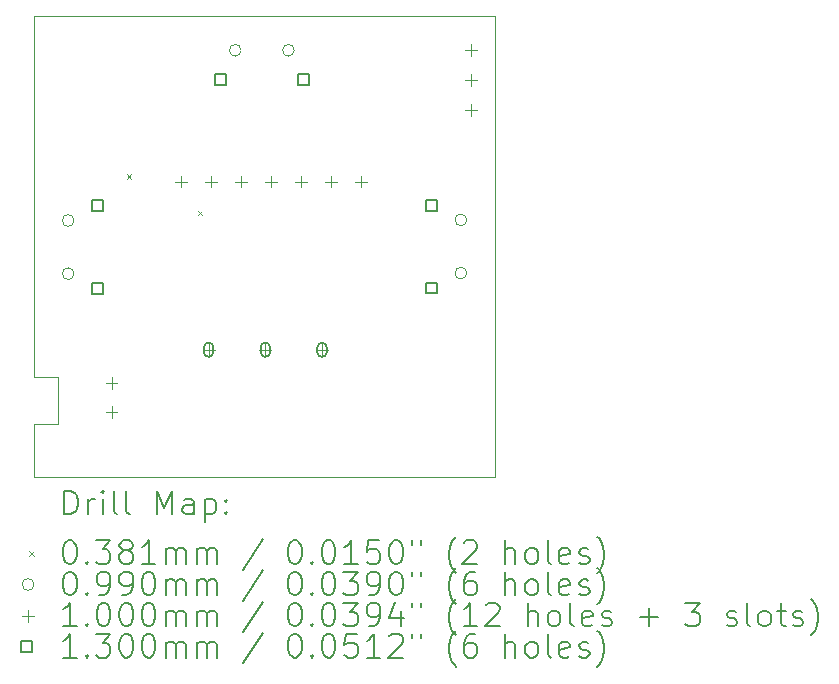
<source format=gbr>
%FSLAX45Y45*%
G04 Gerber Fmt 4.5, Leading zero omitted, Abs format (unit mm)*
G04 Created by KiCad (PCBNEW (6.0.0)) date 2022-01-15 14:34:24*
%MOMM*%
%LPD*%
G01*
G04 APERTURE LIST*
%TA.AperFunction,Profile*%
%ADD10C,0.100000*%
%TD*%
%ADD11C,0.200000*%
%ADD12C,0.038100*%
%ADD13C,0.099000*%
%ADD14C,0.100000*%
%ADD15C,0.130000*%
G04 APERTURE END LIST*
D10*
X12200000Y-11250000D02*
X12200000Y-11050000D01*
X12000000Y-11050000D02*
X12000000Y-8000000D01*
X12000000Y-11450000D02*
X12000000Y-11900000D01*
X15900000Y-8000000D02*
X15900000Y-11900000D01*
X12000000Y-11900000D02*
X15900000Y-11900000D01*
X12000000Y-8000000D02*
X15900000Y-8000000D01*
X12200000Y-11050000D02*
X12000000Y-11050000D01*
X12200000Y-11250000D02*
X12200000Y-11450000D01*
X12200000Y-11450000D02*
X12000000Y-11450000D01*
D11*
D12*
X12780950Y-9335950D02*
X12819050Y-9374050D01*
X12819050Y-9335950D02*
X12780950Y-9374050D01*
X13380950Y-9645950D02*
X13419050Y-9684050D01*
X13419050Y-9645950D02*
X13380950Y-9684050D01*
D13*
X12334500Y-9727500D02*
G75*
G03*
X12334500Y-9727500I-49500J0D01*
G01*
X12334500Y-10177500D02*
G75*
G03*
X12334500Y-10177500I-49500J0D01*
G01*
X13749500Y-8286250D02*
G75*
G03*
X13749500Y-8286250I-49500J0D01*
G01*
X14199500Y-8286250D02*
G75*
G03*
X14199500Y-8286250I-49500J0D01*
G01*
X15659500Y-9722500D02*
G75*
G03*
X15659500Y-9722500I-49500J0D01*
G01*
X15659500Y-10172500D02*
G75*
G03*
X15659500Y-10172500I-49500J0D01*
G01*
D14*
X12652500Y-11051800D02*
X12652500Y-11151800D01*
X12602500Y-11101800D02*
X12702500Y-11101800D01*
X12652500Y-11301800D02*
X12652500Y-11401800D01*
X12602500Y-11351800D02*
X12702500Y-11351800D01*
X13240000Y-9347500D02*
X13240000Y-9447500D01*
X13190000Y-9397500D02*
X13290000Y-9397500D01*
X13475000Y-10772000D02*
X13475000Y-10872000D01*
X13425000Y-10822000D02*
X13525000Y-10822000D01*
D11*
X13435000Y-10802000D02*
X13435000Y-10842000D01*
X13515000Y-10802000D02*
X13515000Y-10842000D01*
X13435000Y-10842000D02*
G75*
G03*
X13515000Y-10842000I40000J0D01*
G01*
X13515000Y-10802000D02*
G75*
G03*
X13435000Y-10802000I-40000J0D01*
G01*
D14*
X13494000Y-9347500D02*
X13494000Y-9447500D01*
X13444000Y-9397500D02*
X13544000Y-9397500D01*
X13748000Y-9347500D02*
X13748000Y-9447500D01*
X13698000Y-9397500D02*
X13798000Y-9397500D01*
X13955000Y-10772000D02*
X13955000Y-10872000D01*
X13905000Y-10822000D02*
X14005000Y-10822000D01*
D11*
X13915000Y-10802000D02*
X13915000Y-10842000D01*
X13995000Y-10802000D02*
X13995000Y-10842000D01*
X13915000Y-10842000D02*
G75*
G03*
X13995000Y-10842000I40000J0D01*
G01*
X13995000Y-10802000D02*
G75*
G03*
X13915000Y-10802000I-40000J0D01*
G01*
D14*
X14002000Y-9347500D02*
X14002000Y-9447500D01*
X13952000Y-9397500D02*
X14052000Y-9397500D01*
X14256000Y-9347500D02*
X14256000Y-9447500D01*
X14206000Y-9397500D02*
X14306000Y-9397500D01*
X14435000Y-10772000D02*
X14435000Y-10872000D01*
X14385000Y-10822000D02*
X14485000Y-10822000D01*
D11*
X14395000Y-10802000D02*
X14395000Y-10842000D01*
X14475000Y-10802000D02*
X14475000Y-10842000D01*
X14395000Y-10842000D02*
G75*
G03*
X14475000Y-10842000I40000J0D01*
G01*
X14475000Y-10802000D02*
G75*
G03*
X14395000Y-10802000I-40000J0D01*
G01*
D14*
X14510000Y-9347500D02*
X14510000Y-9447500D01*
X14460000Y-9397500D02*
X14560000Y-9397500D01*
X14764000Y-9347500D02*
X14764000Y-9447500D01*
X14714000Y-9397500D02*
X14814000Y-9397500D01*
X15697500Y-8232000D02*
X15697500Y-8332000D01*
X15647500Y-8282000D02*
X15747500Y-8282000D01*
X15697500Y-8486000D02*
X15697500Y-8586000D01*
X15647500Y-8536000D02*
X15747500Y-8536000D01*
X15697500Y-8740000D02*
X15697500Y-8840000D01*
X15647500Y-8790000D02*
X15747500Y-8790000D01*
D15*
X12579962Y-9647462D02*
X12579962Y-9555538D01*
X12488038Y-9555538D01*
X12488038Y-9647462D01*
X12579962Y-9647462D01*
X12579962Y-10348462D02*
X12579962Y-10256538D01*
X12488038Y-10256538D01*
X12488038Y-10348462D01*
X12579962Y-10348462D01*
X13620962Y-8581212D02*
X13620962Y-8489288D01*
X13529038Y-8489288D01*
X13529038Y-8581212D01*
X13620962Y-8581212D01*
X14321962Y-8581212D02*
X14321962Y-8489288D01*
X14230038Y-8489288D01*
X14230038Y-8581212D01*
X14321962Y-8581212D01*
X15406962Y-9643462D02*
X15406962Y-9551538D01*
X15315038Y-9551538D01*
X15315038Y-9643462D01*
X15406962Y-9643462D01*
X15406962Y-10344462D02*
X15406962Y-10252538D01*
X15315038Y-10252538D01*
X15315038Y-10344462D01*
X15406962Y-10344462D01*
D11*
X12252619Y-12215476D02*
X12252619Y-12015476D01*
X12300238Y-12015476D01*
X12328809Y-12025000D01*
X12347857Y-12044048D01*
X12357381Y-12063095D01*
X12366905Y-12101190D01*
X12366905Y-12129762D01*
X12357381Y-12167857D01*
X12347857Y-12186905D01*
X12328809Y-12205952D01*
X12300238Y-12215476D01*
X12252619Y-12215476D01*
X12452619Y-12215476D02*
X12452619Y-12082143D01*
X12452619Y-12120238D02*
X12462143Y-12101190D01*
X12471667Y-12091667D01*
X12490714Y-12082143D01*
X12509762Y-12082143D01*
X12576428Y-12215476D02*
X12576428Y-12082143D01*
X12576428Y-12015476D02*
X12566905Y-12025000D01*
X12576428Y-12034524D01*
X12585952Y-12025000D01*
X12576428Y-12015476D01*
X12576428Y-12034524D01*
X12700238Y-12215476D02*
X12681190Y-12205952D01*
X12671667Y-12186905D01*
X12671667Y-12015476D01*
X12805000Y-12215476D02*
X12785952Y-12205952D01*
X12776428Y-12186905D01*
X12776428Y-12015476D01*
X13033571Y-12215476D02*
X13033571Y-12015476D01*
X13100238Y-12158333D01*
X13166905Y-12015476D01*
X13166905Y-12215476D01*
X13347857Y-12215476D02*
X13347857Y-12110714D01*
X13338333Y-12091667D01*
X13319286Y-12082143D01*
X13281190Y-12082143D01*
X13262143Y-12091667D01*
X13347857Y-12205952D02*
X13328809Y-12215476D01*
X13281190Y-12215476D01*
X13262143Y-12205952D01*
X13252619Y-12186905D01*
X13252619Y-12167857D01*
X13262143Y-12148809D01*
X13281190Y-12139286D01*
X13328809Y-12139286D01*
X13347857Y-12129762D01*
X13443095Y-12082143D02*
X13443095Y-12282143D01*
X13443095Y-12091667D02*
X13462143Y-12082143D01*
X13500238Y-12082143D01*
X13519286Y-12091667D01*
X13528809Y-12101190D01*
X13538333Y-12120238D01*
X13538333Y-12177381D01*
X13528809Y-12196428D01*
X13519286Y-12205952D01*
X13500238Y-12215476D01*
X13462143Y-12215476D01*
X13443095Y-12205952D01*
X13624048Y-12196428D02*
X13633571Y-12205952D01*
X13624048Y-12215476D01*
X13614524Y-12205952D01*
X13624048Y-12196428D01*
X13624048Y-12215476D01*
X13624048Y-12091667D02*
X13633571Y-12101190D01*
X13624048Y-12110714D01*
X13614524Y-12101190D01*
X13624048Y-12091667D01*
X13624048Y-12110714D01*
D12*
X11956900Y-12525950D02*
X11995000Y-12564050D01*
X11995000Y-12525950D02*
X11956900Y-12564050D01*
D11*
X12290714Y-12435476D02*
X12309762Y-12435476D01*
X12328809Y-12445000D01*
X12338333Y-12454524D01*
X12347857Y-12473571D01*
X12357381Y-12511667D01*
X12357381Y-12559286D01*
X12347857Y-12597381D01*
X12338333Y-12616428D01*
X12328809Y-12625952D01*
X12309762Y-12635476D01*
X12290714Y-12635476D01*
X12271667Y-12625952D01*
X12262143Y-12616428D01*
X12252619Y-12597381D01*
X12243095Y-12559286D01*
X12243095Y-12511667D01*
X12252619Y-12473571D01*
X12262143Y-12454524D01*
X12271667Y-12445000D01*
X12290714Y-12435476D01*
X12443095Y-12616428D02*
X12452619Y-12625952D01*
X12443095Y-12635476D01*
X12433571Y-12625952D01*
X12443095Y-12616428D01*
X12443095Y-12635476D01*
X12519286Y-12435476D02*
X12643095Y-12435476D01*
X12576428Y-12511667D01*
X12605000Y-12511667D01*
X12624048Y-12521190D01*
X12633571Y-12530714D01*
X12643095Y-12549762D01*
X12643095Y-12597381D01*
X12633571Y-12616428D01*
X12624048Y-12625952D01*
X12605000Y-12635476D01*
X12547857Y-12635476D01*
X12528809Y-12625952D01*
X12519286Y-12616428D01*
X12757381Y-12521190D02*
X12738333Y-12511667D01*
X12728809Y-12502143D01*
X12719286Y-12483095D01*
X12719286Y-12473571D01*
X12728809Y-12454524D01*
X12738333Y-12445000D01*
X12757381Y-12435476D01*
X12795476Y-12435476D01*
X12814524Y-12445000D01*
X12824048Y-12454524D01*
X12833571Y-12473571D01*
X12833571Y-12483095D01*
X12824048Y-12502143D01*
X12814524Y-12511667D01*
X12795476Y-12521190D01*
X12757381Y-12521190D01*
X12738333Y-12530714D01*
X12728809Y-12540238D01*
X12719286Y-12559286D01*
X12719286Y-12597381D01*
X12728809Y-12616428D01*
X12738333Y-12625952D01*
X12757381Y-12635476D01*
X12795476Y-12635476D01*
X12814524Y-12625952D01*
X12824048Y-12616428D01*
X12833571Y-12597381D01*
X12833571Y-12559286D01*
X12824048Y-12540238D01*
X12814524Y-12530714D01*
X12795476Y-12521190D01*
X13024048Y-12635476D02*
X12909762Y-12635476D01*
X12966905Y-12635476D02*
X12966905Y-12435476D01*
X12947857Y-12464048D01*
X12928809Y-12483095D01*
X12909762Y-12492619D01*
X13109762Y-12635476D02*
X13109762Y-12502143D01*
X13109762Y-12521190D02*
X13119286Y-12511667D01*
X13138333Y-12502143D01*
X13166905Y-12502143D01*
X13185952Y-12511667D01*
X13195476Y-12530714D01*
X13195476Y-12635476D01*
X13195476Y-12530714D02*
X13205000Y-12511667D01*
X13224048Y-12502143D01*
X13252619Y-12502143D01*
X13271667Y-12511667D01*
X13281190Y-12530714D01*
X13281190Y-12635476D01*
X13376428Y-12635476D02*
X13376428Y-12502143D01*
X13376428Y-12521190D02*
X13385952Y-12511667D01*
X13405000Y-12502143D01*
X13433571Y-12502143D01*
X13452619Y-12511667D01*
X13462143Y-12530714D01*
X13462143Y-12635476D01*
X13462143Y-12530714D02*
X13471667Y-12511667D01*
X13490714Y-12502143D01*
X13519286Y-12502143D01*
X13538333Y-12511667D01*
X13547857Y-12530714D01*
X13547857Y-12635476D01*
X13938333Y-12425952D02*
X13766905Y-12683095D01*
X14195476Y-12435476D02*
X14214524Y-12435476D01*
X14233571Y-12445000D01*
X14243095Y-12454524D01*
X14252619Y-12473571D01*
X14262143Y-12511667D01*
X14262143Y-12559286D01*
X14252619Y-12597381D01*
X14243095Y-12616428D01*
X14233571Y-12625952D01*
X14214524Y-12635476D01*
X14195476Y-12635476D01*
X14176428Y-12625952D01*
X14166905Y-12616428D01*
X14157381Y-12597381D01*
X14147857Y-12559286D01*
X14147857Y-12511667D01*
X14157381Y-12473571D01*
X14166905Y-12454524D01*
X14176428Y-12445000D01*
X14195476Y-12435476D01*
X14347857Y-12616428D02*
X14357381Y-12625952D01*
X14347857Y-12635476D01*
X14338333Y-12625952D01*
X14347857Y-12616428D01*
X14347857Y-12635476D01*
X14481190Y-12435476D02*
X14500238Y-12435476D01*
X14519286Y-12445000D01*
X14528809Y-12454524D01*
X14538333Y-12473571D01*
X14547857Y-12511667D01*
X14547857Y-12559286D01*
X14538333Y-12597381D01*
X14528809Y-12616428D01*
X14519286Y-12625952D01*
X14500238Y-12635476D01*
X14481190Y-12635476D01*
X14462143Y-12625952D01*
X14452619Y-12616428D01*
X14443095Y-12597381D01*
X14433571Y-12559286D01*
X14433571Y-12511667D01*
X14443095Y-12473571D01*
X14452619Y-12454524D01*
X14462143Y-12445000D01*
X14481190Y-12435476D01*
X14738333Y-12635476D02*
X14624048Y-12635476D01*
X14681190Y-12635476D02*
X14681190Y-12435476D01*
X14662143Y-12464048D01*
X14643095Y-12483095D01*
X14624048Y-12492619D01*
X14919286Y-12435476D02*
X14824048Y-12435476D01*
X14814524Y-12530714D01*
X14824048Y-12521190D01*
X14843095Y-12511667D01*
X14890714Y-12511667D01*
X14909762Y-12521190D01*
X14919286Y-12530714D01*
X14928809Y-12549762D01*
X14928809Y-12597381D01*
X14919286Y-12616428D01*
X14909762Y-12625952D01*
X14890714Y-12635476D01*
X14843095Y-12635476D01*
X14824048Y-12625952D01*
X14814524Y-12616428D01*
X15052619Y-12435476D02*
X15071667Y-12435476D01*
X15090714Y-12445000D01*
X15100238Y-12454524D01*
X15109762Y-12473571D01*
X15119286Y-12511667D01*
X15119286Y-12559286D01*
X15109762Y-12597381D01*
X15100238Y-12616428D01*
X15090714Y-12625952D01*
X15071667Y-12635476D01*
X15052619Y-12635476D01*
X15033571Y-12625952D01*
X15024048Y-12616428D01*
X15014524Y-12597381D01*
X15005000Y-12559286D01*
X15005000Y-12511667D01*
X15014524Y-12473571D01*
X15024048Y-12454524D01*
X15033571Y-12445000D01*
X15052619Y-12435476D01*
X15195476Y-12435476D02*
X15195476Y-12473571D01*
X15271667Y-12435476D02*
X15271667Y-12473571D01*
X15566905Y-12711667D02*
X15557381Y-12702143D01*
X15538333Y-12673571D01*
X15528809Y-12654524D01*
X15519286Y-12625952D01*
X15509762Y-12578333D01*
X15509762Y-12540238D01*
X15519286Y-12492619D01*
X15528809Y-12464048D01*
X15538333Y-12445000D01*
X15557381Y-12416428D01*
X15566905Y-12406905D01*
X15633571Y-12454524D02*
X15643095Y-12445000D01*
X15662143Y-12435476D01*
X15709762Y-12435476D01*
X15728809Y-12445000D01*
X15738333Y-12454524D01*
X15747857Y-12473571D01*
X15747857Y-12492619D01*
X15738333Y-12521190D01*
X15624048Y-12635476D01*
X15747857Y-12635476D01*
X15985952Y-12635476D02*
X15985952Y-12435476D01*
X16071667Y-12635476D02*
X16071667Y-12530714D01*
X16062143Y-12511667D01*
X16043095Y-12502143D01*
X16014524Y-12502143D01*
X15995476Y-12511667D01*
X15985952Y-12521190D01*
X16195476Y-12635476D02*
X16176428Y-12625952D01*
X16166905Y-12616428D01*
X16157381Y-12597381D01*
X16157381Y-12540238D01*
X16166905Y-12521190D01*
X16176428Y-12511667D01*
X16195476Y-12502143D01*
X16224048Y-12502143D01*
X16243095Y-12511667D01*
X16252619Y-12521190D01*
X16262143Y-12540238D01*
X16262143Y-12597381D01*
X16252619Y-12616428D01*
X16243095Y-12625952D01*
X16224048Y-12635476D01*
X16195476Y-12635476D01*
X16376428Y-12635476D02*
X16357381Y-12625952D01*
X16347857Y-12606905D01*
X16347857Y-12435476D01*
X16528809Y-12625952D02*
X16509762Y-12635476D01*
X16471667Y-12635476D01*
X16452619Y-12625952D01*
X16443095Y-12606905D01*
X16443095Y-12530714D01*
X16452619Y-12511667D01*
X16471667Y-12502143D01*
X16509762Y-12502143D01*
X16528809Y-12511667D01*
X16538333Y-12530714D01*
X16538333Y-12549762D01*
X16443095Y-12568809D01*
X16614524Y-12625952D02*
X16633571Y-12635476D01*
X16671667Y-12635476D01*
X16690714Y-12625952D01*
X16700238Y-12606905D01*
X16700238Y-12597381D01*
X16690714Y-12578333D01*
X16671667Y-12568809D01*
X16643095Y-12568809D01*
X16624048Y-12559286D01*
X16614524Y-12540238D01*
X16614524Y-12530714D01*
X16624048Y-12511667D01*
X16643095Y-12502143D01*
X16671667Y-12502143D01*
X16690714Y-12511667D01*
X16766905Y-12711667D02*
X16776428Y-12702143D01*
X16795476Y-12673571D01*
X16805000Y-12654524D01*
X16814524Y-12625952D01*
X16824048Y-12578333D01*
X16824048Y-12540238D01*
X16814524Y-12492619D01*
X16805000Y-12464048D01*
X16795476Y-12445000D01*
X16776428Y-12416428D01*
X16766905Y-12406905D01*
D13*
X11995000Y-12809000D02*
G75*
G03*
X11995000Y-12809000I-49500J0D01*
G01*
D11*
X12290714Y-12699476D02*
X12309762Y-12699476D01*
X12328809Y-12709000D01*
X12338333Y-12718524D01*
X12347857Y-12737571D01*
X12357381Y-12775667D01*
X12357381Y-12823286D01*
X12347857Y-12861381D01*
X12338333Y-12880428D01*
X12328809Y-12889952D01*
X12309762Y-12899476D01*
X12290714Y-12899476D01*
X12271667Y-12889952D01*
X12262143Y-12880428D01*
X12252619Y-12861381D01*
X12243095Y-12823286D01*
X12243095Y-12775667D01*
X12252619Y-12737571D01*
X12262143Y-12718524D01*
X12271667Y-12709000D01*
X12290714Y-12699476D01*
X12443095Y-12880428D02*
X12452619Y-12889952D01*
X12443095Y-12899476D01*
X12433571Y-12889952D01*
X12443095Y-12880428D01*
X12443095Y-12899476D01*
X12547857Y-12899476D02*
X12585952Y-12899476D01*
X12605000Y-12889952D01*
X12614524Y-12880428D01*
X12633571Y-12851857D01*
X12643095Y-12813762D01*
X12643095Y-12737571D01*
X12633571Y-12718524D01*
X12624048Y-12709000D01*
X12605000Y-12699476D01*
X12566905Y-12699476D01*
X12547857Y-12709000D01*
X12538333Y-12718524D01*
X12528809Y-12737571D01*
X12528809Y-12785190D01*
X12538333Y-12804238D01*
X12547857Y-12813762D01*
X12566905Y-12823286D01*
X12605000Y-12823286D01*
X12624048Y-12813762D01*
X12633571Y-12804238D01*
X12643095Y-12785190D01*
X12738333Y-12899476D02*
X12776428Y-12899476D01*
X12795476Y-12889952D01*
X12805000Y-12880428D01*
X12824048Y-12851857D01*
X12833571Y-12813762D01*
X12833571Y-12737571D01*
X12824048Y-12718524D01*
X12814524Y-12709000D01*
X12795476Y-12699476D01*
X12757381Y-12699476D01*
X12738333Y-12709000D01*
X12728809Y-12718524D01*
X12719286Y-12737571D01*
X12719286Y-12785190D01*
X12728809Y-12804238D01*
X12738333Y-12813762D01*
X12757381Y-12823286D01*
X12795476Y-12823286D01*
X12814524Y-12813762D01*
X12824048Y-12804238D01*
X12833571Y-12785190D01*
X12957381Y-12699476D02*
X12976428Y-12699476D01*
X12995476Y-12709000D01*
X13005000Y-12718524D01*
X13014524Y-12737571D01*
X13024048Y-12775667D01*
X13024048Y-12823286D01*
X13014524Y-12861381D01*
X13005000Y-12880428D01*
X12995476Y-12889952D01*
X12976428Y-12899476D01*
X12957381Y-12899476D01*
X12938333Y-12889952D01*
X12928809Y-12880428D01*
X12919286Y-12861381D01*
X12909762Y-12823286D01*
X12909762Y-12775667D01*
X12919286Y-12737571D01*
X12928809Y-12718524D01*
X12938333Y-12709000D01*
X12957381Y-12699476D01*
X13109762Y-12899476D02*
X13109762Y-12766143D01*
X13109762Y-12785190D02*
X13119286Y-12775667D01*
X13138333Y-12766143D01*
X13166905Y-12766143D01*
X13185952Y-12775667D01*
X13195476Y-12794714D01*
X13195476Y-12899476D01*
X13195476Y-12794714D02*
X13205000Y-12775667D01*
X13224048Y-12766143D01*
X13252619Y-12766143D01*
X13271667Y-12775667D01*
X13281190Y-12794714D01*
X13281190Y-12899476D01*
X13376428Y-12899476D02*
X13376428Y-12766143D01*
X13376428Y-12785190D02*
X13385952Y-12775667D01*
X13405000Y-12766143D01*
X13433571Y-12766143D01*
X13452619Y-12775667D01*
X13462143Y-12794714D01*
X13462143Y-12899476D01*
X13462143Y-12794714D02*
X13471667Y-12775667D01*
X13490714Y-12766143D01*
X13519286Y-12766143D01*
X13538333Y-12775667D01*
X13547857Y-12794714D01*
X13547857Y-12899476D01*
X13938333Y-12689952D02*
X13766905Y-12947095D01*
X14195476Y-12699476D02*
X14214524Y-12699476D01*
X14233571Y-12709000D01*
X14243095Y-12718524D01*
X14252619Y-12737571D01*
X14262143Y-12775667D01*
X14262143Y-12823286D01*
X14252619Y-12861381D01*
X14243095Y-12880428D01*
X14233571Y-12889952D01*
X14214524Y-12899476D01*
X14195476Y-12899476D01*
X14176428Y-12889952D01*
X14166905Y-12880428D01*
X14157381Y-12861381D01*
X14147857Y-12823286D01*
X14147857Y-12775667D01*
X14157381Y-12737571D01*
X14166905Y-12718524D01*
X14176428Y-12709000D01*
X14195476Y-12699476D01*
X14347857Y-12880428D02*
X14357381Y-12889952D01*
X14347857Y-12899476D01*
X14338333Y-12889952D01*
X14347857Y-12880428D01*
X14347857Y-12899476D01*
X14481190Y-12699476D02*
X14500238Y-12699476D01*
X14519286Y-12709000D01*
X14528809Y-12718524D01*
X14538333Y-12737571D01*
X14547857Y-12775667D01*
X14547857Y-12823286D01*
X14538333Y-12861381D01*
X14528809Y-12880428D01*
X14519286Y-12889952D01*
X14500238Y-12899476D01*
X14481190Y-12899476D01*
X14462143Y-12889952D01*
X14452619Y-12880428D01*
X14443095Y-12861381D01*
X14433571Y-12823286D01*
X14433571Y-12775667D01*
X14443095Y-12737571D01*
X14452619Y-12718524D01*
X14462143Y-12709000D01*
X14481190Y-12699476D01*
X14614524Y-12699476D02*
X14738333Y-12699476D01*
X14671667Y-12775667D01*
X14700238Y-12775667D01*
X14719286Y-12785190D01*
X14728809Y-12794714D01*
X14738333Y-12813762D01*
X14738333Y-12861381D01*
X14728809Y-12880428D01*
X14719286Y-12889952D01*
X14700238Y-12899476D01*
X14643095Y-12899476D01*
X14624048Y-12889952D01*
X14614524Y-12880428D01*
X14833571Y-12899476D02*
X14871667Y-12899476D01*
X14890714Y-12889952D01*
X14900238Y-12880428D01*
X14919286Y-12851857D01*
X14928809Y-12813762D01*
X14928809Y-12737571D01*
X14919286Y-12718524D01*
X14909762Y-12709000D01*
X14890714Y-12699476D01*
X14852619Y-12699476D01*
X14833571Y-12709000D01*
X14824048Y-12718524D01*
X14814524Y-12737571D01*
X14814524Y-12785190D01*
X14824048Y-12804238D01*
X14833571Y-12813762D01*
X14852619Y-12823286D01*
X14890714Y-12823286D01*
X14909762Y-12813762D01*
X14919286Y-12804238D01*
X14928809Y-12785190D01*
X15052619Y-12699476D02*
X15071667Y-12699476D01*
X15090714Y-12709000D01*
X15100238Y-12718524D01*
X15109762Y-12737571D01*
X15119286Y-12775667D01*
X15119286Y-12823286D01*
X15109762Y-12861381D01*
X15100238Y-12880428D01*
X15090714Y-12889952D01*
X15071667Y-12899476D01*
X15052619Y-12899476D01*
X15033571Y-12889952D01*
X15024048Y-12880428D01*
X15014524Y-12861381D01*
X15005000Y-12823286D01*
X15005000Y-12775667D01*
X15014524Y-12737571D01*
X15024048Y-12718524D01*
X15033571Y-12709000D01*
X15052619Y-12699476D01*
X15195476Y-12699476D02*
X15195476Y-12737571D01*
X15271667Y-12699476D02*
X15271667Y-12737571D01*
X15566905Y-12975667D02*
X15557381Y-12966143D01*
X15538333Y-12937571D01*
X15528809Y-12918524D01*
X15519286Y-12889952D01*
X15509762Y-12842333D01*
X15509762Y-12804238D01*
X15519286Y-12756619D01*
X15528809Y-12728048D01*
X15538333Y-12709000D01*
X15557381Y-12680428D01*
X15566905Y-12670905D01*
X15728809Y-12699476D02*
X15690714Y-12699476D01*
X15671667Y-12709000D01*
X15662143Y-12718524D01*
X15643095Y-12747095D01*
X15633571Y-12785190D01*
X15633571Y-12861381D01*
X15643095Y-12880428D01*
X15652619Y-12889952D01*
X15671667Y-12899476D01*
X15709762Y-12899476D01*
X15728809Y-12889952D01*
X15738333Y-12880428D01*
X15747857Y-12861381D01*
X15747857Y-12813762D01*
X15738333Y-12794714D01*
X15728809Y-12785190D01*
X15709762Y-12775667D01*
X15671667Y-12775667D01*
X15652619Y-12785190D01*
X15643095Y-12794714D01*
X15633571Y-12813762D01*
X15985952Y-12899476D02*
X15985952Y-12699476D01*
X16071667Y-12899476D02*
X16071667Y-12794714D01*
X16062143Y-12775667D01*
X16043095Y-12766143D01*
X16014524Y-12766143D01*
X15995476Y-12775667D01*
X15985952Y-12785190D01*
X16195476Y-12899476D02*
X16176428Y-12889952D01*
X16166905Y-12880428D01*
X16157381Y-12861381D01*
X16157381Y-12804238D01*
X16166905Y-12785190D01*
X16176428Y-12775667D01*
X16195476Y-12766143D01*
X16224048Y-12766143D01*
X16243095Y-12775667D01*
X16252619Y-12785190D01*
X16262143Y-12804238D01*
X16262143Y-12861381D01*
X16252619Y-12880428D01*
X16243095Y-12889952D01*
X16224048Y-12899476D01*
X16195476Y-12899476D01*
X16376428Y-12899476D02*
X16357381Y-12889952D01*
X16347857Y-12870905D01*
X16347857Y-12699476D01*
X16528809Y-12889952D02*
X16509762Y-12899476D01*
X16471667Y-12899476D01*
X16452619Y-12889952D01*
X16443095Y-12870905D01*
X16443095Y-12794714D01*
X16452619Y-12775667D01*
X16471667Y-12766143D01*
X16509762Y-12766143D01*
X16528809Y-12775667D01*
X16538333Y-12794714D01*
X16538333Y-12813762D01*
X16443095Y-12832809D01*
X16614524Y-12889952D02*
X16633571Y-12899476D01*
X16671667Y-12899476D01*
X16690714Y-12889952D01*
X16700238Y-12870905D01*
X16700238Y-12861381D01*
X16690714Y-12842333D01*
X16671667Y-12832809D01*
X16643095Y-12832809D01*
X16624048Y-12823286D01*
X16614524Y-12804238D01*
X16614524Y-12794714D01*
X16624048Y-12775667D01*
X16643095Y-12766143D01*
X16671667Y-12766143D01*
X16690714Y-12775667D01*
X16766905Y-12975667D02*
X16776428Y-12966143D01*
X16795476Y-12937571D01*
X16805000Y-12918524D01*
X16814524Y-12889952D01*
X16824048Y-12842333D01*
X16824048Y-12804238D01*
X16814524Y-12756619D01*
X16805000Y-12728048D01*
X16795476Y-12709000D01*
X16776428Y-12680428D01*
X16766905Y-12670905D01*
D14*
X11945000Y-13023000D02*
X11945000Y-13123000D01*
X11895000Y-13073000D02*
X11995000Y-13073000D01*
D11*
X12357381Y-13163476D02*
X12243095Y-13163476D01*
X12300238Y-13163476D02*
X12300238Y-12963476D01*
X12281190Y-12992048D01*
X12262143Y-13011095D01*
X12243095Y-13020619D01*
X12443095Y-13144428D02*
X12452619Y-13153952D01*
X12443095Y-13163476D01*
X12433571Y-13153952D01*
X12443095Y-13144428D01*
X12443095Y-13163476D01*
X12576428Y-12963476D02*
X12595476Y-12963476D01*
X12614524Y-12973000D01*
X12624048Y-12982524D01*
X12633571Y-13001571D01*
X12643095Y-13039667D01*
X12643095Y-13087286D01*
X12633571Y-13125381D01*
X12624048Y-13144428D01*
X12614524Y-13153952D01*
X12595476Y-13163476D01*
X12576428Y-13163476D01*
X12557381Y-13153952D01*
X12547857Y-13144428D01*
X12538333Y-13125381D01*
X12528809Y-13087286D01*
X12528809Y-13039667D01*
X12538333Y-13001571D01*
X12547857Y-12982524D01*
X12557381Y-12973000D01*
X12576428Y-12963476D01*
X12766905Y-12963476D02*
X12785952Y-12963476D01*
X12805000Y-12973000D01*
X12814524Y-12982524D01*
X12824048Y-13001571D01*
X12833571Y-13039667D01*
X12833571Y-13087286D01*
X12824048Y-13125381D01*
X12814524Y-13144428D01*
X12805000Y-13153952D01*
X12785952Y-13163476D01*
X12766905Y-13163476D01*
X12747857Y-13153952D01*
X12738333Y-13144428D01*
X12728809Y-13125381D01*
X12719286Y-13087286D01*
X12719286Y-13039667D01*
X12728809Y-13001571D01*
X12738333Y-12982524D01*
X12747857Y-12973000D01*
X12766905Y-12963476D01*
X12957381Y-12963476D02*
X12976428Y-12963476D01*
X12995476Y-12973000D01*
X13005000Y-12982524D01*
X13014524Y-13001571D01*
X13024048Y-13039667D01*
X13024048Y-13087286D01*
X13014524Y-13125381D01*
X13005000Y-13144428D01*
X12995476Y-13153952D01*
X12976428Y-13163476D01*
X12957381Y-13163476D01*
X12938333Y-13153952D01*
X12928809Y-13144428D01*
X12919286Y-13125381D01*
X12909762Y-13087286D01*
X12909762Y-13039667D01*
X12919286Y-13001571D01*
X12928809Y-12982524D01*
X12938333Y-12973000D01*
X12957381Y-12963476D01*
X13109762Y-13163476D02*
X13109762Y-13030143D01*
X13109762Y-13049190D02*
X13119286Y-13039667D01*
X13138333Y-13030143D01*
X13166905Y-13030143D01*
X13185952Y-13039667D01*
X13195476Y-13058714D01*
X13195476Y-13163476D01*
X13195476Y-13058714D02*
X13205000Y-13039667D01*
X13224048Y-13030143D01*
X13252619Y-13030143D01*
X13271667Y-13039667D01*
X13281190Y-13058714D01*
X13281190Y-13163476D01*
X13376428Y-13163476D02*
X13376428Y-13030143D01*
X13376428Y-13049190D02*
X13385952Y-13039667D01*
X13405000Y-13030143D01*
X13433571Y-13030143D01*
X13452619Y-13039667D01*
X13462143Y-13058714D01*
X13462143Y-13163476D01*
X13462143Y-13058714D02*
X13471667Y-13039667D01*
X13490714Y-13030143D01*
X13519286Y-13030143D01*
X13538333Y-13039667D01*
X13547857Y-13058714D01*
X13547857Y-13163476D01*
X13938333Y-12953952D02*
X13766905Y-13211095D01*
X14195476Y-12963476D02*
X14214524Y-12963476D01*
X14233571Y-12973000D01*
X14243095Y-12982524D01*
X14252619Y-13001571D01*
X14262143Y-13039667D01*
X14262143Y-13087286D01*
X14252619Y-13125381D01*
X14243095Y-13144428D01*
X14233571Y-13153952D01*
X14214524Y-13163476D01*
X14195476Y-13163476D01*
X14176428Y-13153952D01*
X14166905Y-13144428D01*
X14157381Y-13125381D01*
X14147857Y-13087286D01*
X14147857Y-13039667D01*
X14157381Y-13001571D01*
X14166905Y-12982524D01*
X14176428Y-12973000D01*
X14195476Y-12963476D01*
X14347857Y-13144428D02*
X14357381Y-13153952D01*
X14347857Y-13163476D01*
X14338333Y-13153952D01*
X14347857Y-13144428D01*
X14347857Y-13163476D01*
X14481190Y-12963476D02*
X14500238Y-12963476D01*
X14519286Y-12973000D01*
X14528809Y-12982524D01*
X14538333Y-13001571D01*
X14547857Y-13039667D01*
X14547857Y-13087286D01*
X14538333Y-13125381D01*
X14528809Y-13144428D01*
X14519286Y-13153952D01*
X14500238Y-13163476D01*
X14481190Y-13163476D01*
X14462143Y-13153952D01*
X14452619Y-13144428D01*
X14443095Y-13125381D01*
X14433571Y-13087286D01*
X14433571Y-13039667D01*
X14443095Y-13001571D01*
X14452619Y-12982524D01*
X14462143Y-12973000D01*
X14481190Y-12963476D01*
X14614524Y-12963476D02*
X14738333Y-12963476D01*
X14671667Y-13039667D01*
X14700238Y-13039667D01*
X14719286Y-13049190D01*
X14728809Y-13058714D01*
X14738333Y-13077762D01*
X14738333Y-13125381D01*
X14728809Y-13144428D01*
X14719286Y-13153952D01*
X14700238Y-13163476D01*
X14643095Y-13163476D01*
X14624048Y-13153952D01*
X14614524Y-13144428D01*
X14833571Y-13163476D02*
X14871667Y-13163476D01*
X14890714Y-13153952D01*
X14900238Y-13144428D01*
X14919286Y-13115857D01*
X14928809Y-13077762D01*
X14928809Y-13001571D01*
X14919286Y-12982524D01*
X14909762Y-12973000D01*
X14890714Y-12963476D01*
X14852619Y-12963476D01*
X14833571Y-12973000D01*
X14824048Y-12982524D01*
X14814524Y-13001571D01*
X14814524Y-13049190D01*
X14824048Y-13068238D01*
X14833571Y-13077762D01*
X14852619Y-13087286D01*
X14890714Y-13087286D01*
X14909762Y-13077762D01*
X14919286Y-13068238D01*
X14928809Y-13049190D01*
X15100238Y-13030143D02*
X15100238Y-13163476D01*
X15052619Y-12953952D02*
X15005000Y-13096809D01*
X15128809Y-13096809D01*
X15195476Y-12963476D02*
X15195476Y-13001571D01*
X15271667Y-12963476D02*
X15271667Y-13001571D01*
X15566905Y-13239667D02*
X15557381Y-13230143D01*
X15538333Y-13201571D01*
X15528809Y-13182524D01*
X15519286Y-13153952D01*
X15509762Y-13106333D01*
X15509762Y-13068238D01*
X15519286Y-13020619D01*
X15528809Y-12992048D01*
X15538333Y-12973000D01*
X15557381Y-12944428D01*
X15566905Y-12934905D01*
X15747857Y-13163476D02*
X15633571Y-13163476D01*
X15690714Y-13163476D02*
X15690714Y-12963476D01*
X15671667Y-12992048D01*
X15652619Y-13011095D01*
X15633571Y-13020619D01*
X15824048Y-12982524D02*
X15833571Y-12973000D01*
X15852619Y-12963476D01*
X15900238Y-12963476D01*
X15919286Y-12973000D01*
X15928809Y-12982524D01*
X15938333Y-13001571D01*
X15938333Y-13020619D01*
X15928809Y-13049190D01*
X15814524Y-13163476D01*
X15938333Y-13163476D01*
X16176428Y-13163476D02*
X16176428Y-12963476D01*
X16262143Y-13163476D02*
X16262143Y-13058714D01*
X16252619Y-13039667D01*
X16233571Y-13030143D01*
X16205000Y-13030143D01*
X16185952Y-13039667D01*
X16176428Y-13049190D01*
X16385952Y-13163476D02*
X16366905Y-13153952D01*
X16357381Y-13144428D01*
X16347857Y-13125381D01*
X16347857Y-13068238D01*
X16357381Y-13049190D01*
X16366905Y-13039667D01*
X16385952Y-13030143D01*
X16414524Y-13030143D01*
X16433571Y-13039667D01*
X16443095Y-13049190D01*
X16452619Y-13068238D01*
X16452619Y-13125381D01*
X16443095Y-13144428D01*
X16433571Y-13153952D01*
X16414524Y-13163476D01*
X16385952Y-13163476D01*
X16566905Y-13163476D02*
X16547857Y-13153952D01*
X16538333Y-13134905D01*
X16538333Y-12963476D01*
X16719286Y-13153952D02*
X16700238Y-13163476D01*
X16662143Y-13163476D01*
X16643095Y-13153952D01*
X16633571Y-13134905D01*
X16633571Y-13058714D01*
X16643095Y-13039667D01*
X16662143Y-13030143D01*
X16700238Y-13030143D01*
X16719286Y-13039667D01*
X16728809Y-13058714D01*
X16728809Y-13077762D01*
X16633571Y-13096809D01*
X16805000Y-13153952D02*
X16824048Y-13163476D01*
X16862143Y-13163476D01*
X16881190Y-13153952D01*
X16890714Y-13134905D01*
X16890714Y-13125381D01*
X16881190Y-13106333D01*
X16862143Y-13096809D01*
X16833571Y-13096809D01*
X16814524Y-13087286D01*
X16805000Y-13068238D01*
X16805000Y-13058714D01*
X16814524Y-13039667D01*
X16833571Y-13030143D01*
X16862143Y-13030143D01*
X16881190Y-13039667D01*
X17128810Y-13087286D02*
X17281190Y-13087286D01*
X17205000Y-13163476D02*
X17205000Y-13011095D01*
X17509762Y-12963476D02*
X17633571Y-12963476D01*
X17566905Y-13039667D01*
X17595476Y-13039667D01*
X17614524Y-13049190D01*
X17624048Y-13058714D01*
X17633571Y-13077762D01*
X17633571Y-13125381D01*
X17624048Y-13144428D01*
X17614524Y-13153952D01*
X17595476Y-13163476D01*
X17538333Y-13163476D01*
X17519286Y-13153952D01*
X17509762Y-13144428D01*
X17862143Y-13153952D02*
X17881190Y-13163476D01*
X17919286Y-13163476D01*
X17938333Y-13153952D01*
X17947857Y-13134905D01*
X17947857Y-13125381D01*
X17938333Y-13106333D01*
X17919286Y-13096809D01*
X17890714Y-13096809D01*
X17871667Y-13087286D01*
X17862143Y-13068238D01*
X17862143Y-13058714D01*
X17871667Y-13039667D01*
X17890714Y-13030143D01*
X17919286Y-13030143D01*
X17938333Y-13039667D01*
X18062143Y-13163476D02*
X18043095Y-13153952D01*
X18033571Y-13134905D01*
X18033571Y-12963476D01*
X18166905Y-13163476D02*
X18147857Y-13153952D01*
X18138333Y-13144428D01*
X18128810Y-13125381D01*
X18128810Y-13068238D01*
X18138333Y-13049190D01*
X18147857Y-13039667D01*
X18166905Y-13030143D01*
X18195476Y-13030143D01*
X18214524Y-13039667D01*
X18224048Y-13049190D01*
X18233571Y-13068238D01*
X18233571Y-13125381D01*
X18224048Y-13144428D01*
X18214524Y-13153952D01*
X18195476Y-13163476D01*
X18166905Y-13163476D01*
X18290714Y-13030143D02*
X18366905Y-13030143D01*
X18319286Y-12963476D02*
X18319286Y-13134905D01*
X18328810Y-13153952D01*
X18347857Y-13163476D01*
X18366905Y-13163476D01*
X18424048Y-13153952D02*
X18443095Y-13163476D01*
X18481190Y-13163476D01*
X18500238Y-13153952D01*
X18509762Y-13134905D01*
X18509762Y-13125381D01*
X18500238Y-13106333D01*
X18481190Y-13096809D01*
X18452619Y-13096809D01*
X18433571Y-13087286D01*
X18424048Y-13068238D01*
X18424048Y-13058714D01*
X18433571Y-13039667D01*
X18452619Y-13030143D01*
X18481190Y-13030143D01*
X18500238Y-13039667D01*
X18576429Y-13239667D02*
X18585952Y-13230143D01*
X18605000Y-13201571D01*
X18614524Y-13182524D01*
X18624048Y-13153952D01*
X18633571Y-13106333D01*
X18633571Y-13068238D01*
X18624048Y-13020619D01*
X18614524Y-12992048D01*
X18605000Y-12973000D01*
X18585952Y-12944428D01*
X18576429Y-12934905D01*
D15*
X11975962Y-13382962D02*
X11975962Y-13291038D01*
X11884038Y-13291038D01*
X11884038Y-13382962D01*
X11975962Y-13382962D01*
D11*
X12357381Y-13427476D02*
X12243095Y-13427476D01*
X12300238Y-13427476D02*
X12300238Y-13227476D01*
X12281190Y-13256048D01*
X12262143Y-13275095D01*
X12243095Y-13284619D01*
X12443095Y-13408428D02*
X12452619Y-13417952D01*
X12443095Y-13427476D01*
X12433571Y-13417952D01*
X12443095Y-13408428D01*
X12443095Y-13427476D01*
X12519286Y-13227476D02*
X12643095Y-13227476D01*
X12576428Y-13303667D01*
X12605000Y-13303667D01*
X12624048Y-13313190D01*
X12633571Y-13322714D01*
X12643095Y-13341762D01*
X12643095Y-13389381D01*
X12633571Y-13408428D01*
X12624048Y-13417952D01*
X12605000Y-13427476D01*
X12547857Y-13427476D01*
X12528809Y-13417952D01*
X12519286Y-13408428D01*
X12766905Y-13227476D02*
X12785952Y-13227476D01*
X12805000Y-13237000D01*
X12814524Y-13246524D01*
X12824048Y-13265571D01*
X12833571Y-13303667D01*
X12833571Y-13351286D01*
X12824048Y-13389381D01*
X12814524Y-13408428D01*
X12805000Y-13417952D01*
X12785952Y-13427476D01*
X12766905Y-13427476D01*
X12747857Y-13417952D01*
X12738333Y-13408428D01*
X12728809Y-13389381D01*
X12719286Y-13351286D01*
X12719286Y-13303667D01*
X12728809Y-13265571D01*
X12738333Y-13246524D01*
X12747857Y-13237000D01*
X12766905Y-13227476D01*
X12957381Y-13227476D02*
X12976428Y-13227476D01*
X12995476Y-13237000D01*
X13005000Y-13246524D01*
X13014524Y-13265571D01*
X13024048Y-13303667D01*
X13024048Y-13351286D01*
X13014524Y-13389381D01*
X13005000Y-13408428D01*
X12995476Y-13417952D01*
X12976428Y-13427476D01*
X12957381Y-13427476D01*
X12938333Y-13417952D01*
X12928809Y-13408428D01*
X12919286Y-13389381D01*
X12909762Y-13351286D01*
X12909762Y-13303667D01*
X12919286Y-13265571D01*
X12928809Y-13246524D01*
X12938333Y-13237000D01*
X12957381Y-13227476D01*
X13109762Y-13427476D02*
X13109762Y-13294143D01*
X13109762Y-13313190D02*
X13119286Y-13303667D01*
X13138333Y-13294143D01*
X13166905Y-13294143D01*
X13185952Y-13303667D01*
X13195476Y-13322714D01*
X13195476Y-13427476D01*
X13195476Y-13322714D02*
X13205000Y-13303667D01*
X13224048Y-13294143D01*
X13252619Y-13294143D01*
X13271667Y-13303667D01*
X13281190Y-13322714D01*
X13281190Y-13427476D01*
X13376428Y-13427476D02*
X13376428Y-13294143D01*
X13376428Y-13313190D02*
X13385952Y-13303667D01*
X13405000Y-13294143D01*
X13433571Y-13294143D01*
X13452619Y-13303667D01*
X13462143Y-13322714D01*
X13462143Y-13427476D01*
X13462143Y-13322714D02*
X13471667Y-13303667D01*
X13490714Y-13294143D01*
X13519286Y-13294143D01*
X13538333Y-13303667D01*
X13547857Y-13322714D01*
X13547857Y-13427476D01*
X13938333Y-13217952D02*
X13766905Y-13475095D01*
X14195476Y-13227476D02*
X14214524Y-13227476D01*
X14233571Y-13237000D01*
X14243095Y-13246524D01*
X14252619Y-13265571D01*
X14262143Y-13303667D01*
X14262143Y-13351286D01*
X14252619Y-13389381D01*
X14243095Y-13408428D01*
X14233571Y-13417952D01*
X14214524Y-13427476D01*
X14195476Y-13427476D01*
X14176428Y-13417952D01*
X14166905Y-13408428D01*
X14157381Y-13389381D01*
X14147857Y-13351286D01*
X14147857Y-13303667D01*
X14157381Y-13265571D01*
X14166905Y-13246524D01*
X14176428Y-13237000D01*
X14195476Y-13227476D01*
X14347857Y-13408428D02*
X14357381Y-13417952D01*
X14347857Y-13427476D01*
X14338333Y-13417952D01*
X14347857Y-13408428D01*
X14347857Y-13427476D01*
X14481190Y-13227476D02*
X14500238Y-13227476D01*
X14519286Y-13237000D01*
X14528809Y-13246524D01*
X14538333Y-13265571D01*
X14547857Y-13303667D01*
X14547857Y-13351286D01*
X14538333Y-13389381D01*
X14528809Y-13408428D01*
X14519286Y-13417952D01*
X14500238Y-13427476D01*
X14481190Y-13427476D01*
X14462143Y-13417952D01*
X14452619Y-13408428D01*
X14443095Y-13389381D01*
X14433571Y-13351286D01*
X14433571Y-13303667D01*
X14443095Y-13265571D01*
X14452619Y-13246524D01*
X14462143Y-13237000D01*
X14481190Y-13227476D01*
X14728809Y-13227476D02*
X14633571Y-13227476D01*
X14624048Y-13322714D01*
X14633571Y-13313190D01*
X14652619Y-13303667D01*
X14700238Y-13303667D01*
X14719286Y-13313190D01*
X14728809Y-13322714D01*
X14738333Y-13341762D01*
X14738333Y-13389381D01*
X14728809Y-13408428D01*
X14719286Y-13417952D01*
X14700238Y-13427476D01*
X14652619Y-13427476D01*
X14633571Y-13417952D01*
X14624048Y-13408428D01*
X14928809Y-13427476D02*
X14814524Y-13427476D01*
X14871667Y-13427476D02*
X14871667Y-13227476D01*
X14852619Y-13256048D01*
X14833571Y-13275095D01*
X14814524Y-13284619D01*
X15005000Y-13246524D02*
X15014524Y-13237000D01*
X15033571Y-13227476D01*
X15081190Y-13227476D01*
X15100238Y-13237000D01*
X15109762Y-13246524D01*
X15119286Y-13265571D01*
X15119286Y-13284619D01*
X15109762Y-13313190D01*
X14995476Y-13427476D01*
X15119286Y-13427476D01*
X15195476Y-13227476D02*
X15195476Y-13265571D01*
X15271667Y-13227476D02*
X15271667Y-13265571D01*
X15566905Y-13503667D02*
X15557381Y-13494143D01*
X15538333Y-13465571D01*
X15528809Y-13446524D01*
X15519286Y-13417952D01*
X15509762Y-13370333D01*
X15509762Y-13332238D01*
X15519286Y-13284619D01*
X15528809Y-13256048D01*
X15538333Y-13237000D01*
X15557381Y-13208428D01*
X15566905Y-13198905D01*
X15728809Y-13227476D02*
X15690714Y-13227476D01*
X15671667Y-13237000D01*
X15662143Y-13246524D01*
X15643095Y-13275095D01*
X15633571Y-13313190D01*
X15633571Y-13389381D01*
X15643095Y-13408428D01*
X15652619Y-13417952D01*
X15671667Y-13427476D01*
X15709762Y-13427476D01*
X15728809Y-13417952D01*
X15738333Y-13408428D01*
X15747857Y-13389381D01*
X15747857Y-13341762D01*
X15738333Y-13322714D01*
X15728809Y-13313190D01*
X15709762Y-13303667D01*
X15671667Y-13303667D01*
X15652619Y-13313190D01*
X15643095Y-13322714D01*
X15633571Y-13341762D01*
X15985952Y-13427476D02*
X15985952Y-13227476D01*
X16071667Y-13427476D02*
X16071667Y-13322714D01*
X16062143Y-13303667D01*
X16043095Y-13294143D01*
X16014524Y-13294143D01*
X15995476Y-13303667D01*
X15985952Y-13313190D01*
X16195476Y-13427476D02*
X16176428Y-13417952D01*
X16166905Y-13408428D01*
X16157381Y-13389381D01*
X16157381Y-13332238D01*
X16166905Y-13313190D01*
X16176428Y-13303667D01*
X16195476Y-13294143D01*
X16224048Y-13294143D01*
X16243095Y-13303667D01*
X16252619Y-13313190D01*
X16262143Y-13332238D01*
X16262143Y-13389381D01*
X16252619Y-13408428D01*
X16243095Y-13417952D01*
X16224048Y-13427476D01*
X16195476Y-13427476D01*
X16376428Y-13427476D02*
X16357381Y-13417952D01*
X16347857Y-13398905D01*
X16347857Y-13227476D01*
X16528809Y-13417952D02*
X16509762Y-13427476D01*
X16471667Y-13427476D01*
X16452619Y-13417952D01*
X16443095Y-13398905D01*
X16443095Y-13322714D01*
X16452619Y-13303667D01*
X16471667Y-13294143D01*
X16509762Y-13294143D01*
X16528809Y-13303667D01*
X16538333Y-13322714D01*
X16538333Y-13341762D01*
X16443095Y-13360809D01*
X16614524Y-13417952D02*
X16633571Y-13427476D01*
X16671667Y-13427476D01*
X16690714Y-13417952D01*
X16700238Y-13398905D01*
X16700238Y-13389381D01*
X16690714Y-13370333D01*
X16671667Y-13360809D01*
X16643095Y-13360809D01*
X16624048Y-13351286D01*
X16614524Y-13332238D01*
X16614524Y-13322714D01*
X16624048Y-13303667D01*
X16643095Y-13294143D01*
X16671667Y-13294143D01*
X16690714Y-13303667D01*
X16766905Y-13503667D02*
X16776428Y-13494143D01*
X16795476Y-13465571D01*
X16805000Y-13446524D01*
X16814524Y-13417952D01*
X16824048Y-13370333D01*
X16824048Y-13332238D01*
X16814524Y-13284619D01*
X16805000Y-13256048D01*
X16795476Y-13237000D01*
X16776428Y-13208428D01*
X16766905Y-13198905D01*
M02*

</source>
